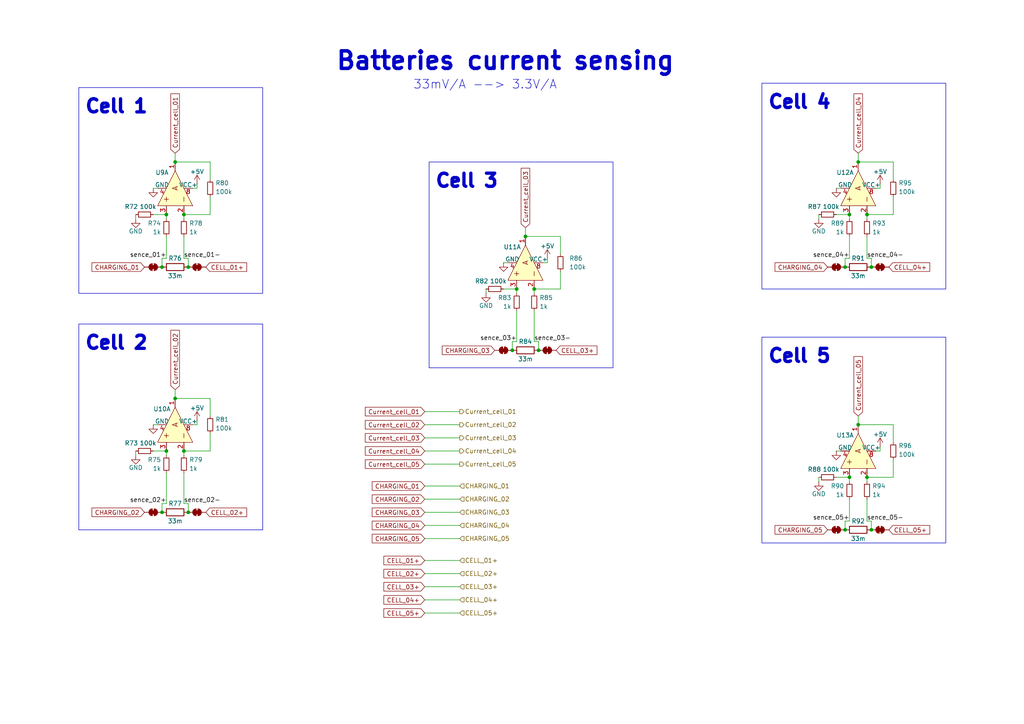
<source format=kicad_sch>
(kicad_sch (version 20231120) (generator "eeschema") (generator_version "8.0")
  (paper "A4")
  (lib_symbols
    (symbol "+5V_1" (power) (pin_numbers hide) (pin_names (offset 0) hide)
      (property "Value" "+5V" (at 0 3.556 0))
      (symbol "+5V_1_0_1"
        (polyline (pts (xy -0.762 1.27) (xy 0 2.54)))
        (polyline (pts (xy 0 0) (xy 0 2.54)))
        (polyline (pts (xy 0 2.54) (xy 0.762 1.27)))
      )
      (symbol "+5V_1_1_1"
        (pin power_in line (at 0 0 90) (length 0) (name "~") (number "1"))
      )
    )
    (symbol "Device:R" (pin_numbers hide) (pin_names (offset 0))
      (property "Reference" "R" (at 2.032 0 90))
      (property "Value" "R" (at 0 0 90))
      (symbol "R_0_1"
        (rectangle (start -1.016 -2.54) (end 1.016 2.54) (stroke (width 0.254)))
      )
      (symbol "R_1_1"
        (pin passive line (at 0 3.81 270) (length 1.27) (name "~") (number "1"))
        (pin passive line (at 0 -3.81 90) (length 1.27) (name "~") (number "2"))
      )
    )
    (symbol "Device:R_Small" (pin_numbers hide) (pin_names (offset 0.254) hide)
      (property "Reference" "R" (at 0.762 0.508 0))
      (property "Value" "R_Small" (at 0.762 -1.016 0))
      (symbol "R_Small_0_1"
        (rectangle (start -0.762 1.778) (end 0.762 -1.778) (stroke (width 0.2032)))
      )
      (symbol "R_Small_1_1"
        (pin passive line (at 0 2.54 270) (length 0.762) (name "~") (number "1"))
        (pin passive line (at 0 -2.54 90) (length 0.762) (name "~") (number "2"))
      )
    )
    (symbol "Jumper:SolderJumper_2_Bridged" (pin_numbers hide) (pin_names (offset 0) hide) (exclude_from_sim yes) (in_bom no)
      (property "Reference" "JP1" (at 0 3.81 0))
      (symbol "SolderJumper_2_Bridged_0_1"
        (rectangle (start -0.508 0.508) (end 0.508 -0.508) (fill (type outline)))
        (arc (start -0.254 1.016) (mid -1.2656 0) (end -0.254 -1.016))
        (arc (start -0.254 1.016) (mid -1.2656 0) (end -0.254 -1.016) (fill (type outline)))
        (polyline (pts (xy -0.254 1.016) (xy -0.254 -1.016)))
        (polyline (pts (xy 0.254 1.016) (xy 0.254 -1.016)))
        (arc (start 0.254 -1.016) (mid 1.2656 0) (end 0.254 1.016))
        (arc (start 0.254 -1.016) (mid 1.2656 0) (end 0.254 1.016) (fill (type outline)))
      )
      (symbol "SolderJumper_2_Bridged_1_1"
        (pin passive line (at -2.54 0 0) (length 2.54) (name "A") (number "1"))
        (pin passive line (at 2.54 0 180) (length 2.54) (name "B") (number "2"))
      )
    )
    (symbol "dk_Linear-Amplifiers-Instrumentation-OP-Amps-Buffer-Amps:LMV358IDR" (pin_names (offset 0))
      (property "Reference" "U" (at -5.08 7.62 0))
      (property "Value" "LMV358IDR" (at 2.54 -5.08 0))
      (symbol "LMV358IDR_0_0"
        (polyline (pts (xy -3.81 -2.54) (xy -2.54 -2.54)))
        (polyline (pts (xy -3.81 2.54) (xy -2.54 2.54)))
        (polyline (pts (xy -3.175 -1.905) (xy -3.175 -3.175)))
        (polyline (pts (xy -5.08 5.08) (xy -5.08 -5.08) (xy 5.08 0) (xy -5.08 5.08)) (fill (type background)))
      )
      (symbol "LMV358IDR_1_0"
        (text "A" (at 0 0 0) (effects (font (size 1.524 1.524))))
      )
      (symbol "LMV358IDR_1_1"
        (pin output line (at 7.62 0 180) (length 2.54) (name "~") (number "1"))
        (pin input line (at -7.62 2.54 0) (length 2.54) (name "~") (number "2"))
        (pin input line (at -7.62 -2.54 0) (length 2.54) (name "~") (number "3"))
        (pin power_in line (at 0 -5.08 90) (length 2.54) (name "GND") (number "4"))
        (pin power_in line (at 0 5.08 270) (length 2.54) (name "VCC+") (number "8"))
      )
      (symbol "LMV358IDR_2_0"
        (text "B" (at 0 0 0) (effects (font (size 1.524 1.524))))
      )
      (symbol "LMV358IDR_2_1"
        (pin power_in line (at 0 -5.08 90) (length 2.54) (name "GND") (number "4"))
        (pin input line (at -7.62 -2.54 0) (length 2.54) (name "~") (number "5"))
        (pin input line (at -7.62 2.54 0) (length 2.54) (name "~") (number "6"))
        (pin output line (at 7.62 0 180) (length 2.54) (name "~") (number "7"))
        (pin power_in line (at 0 5.08 270) (length 2.54) (name "VCC+") (number "8"))
      )
    )
    (symbol "power:GND" (power) (pin_numbers hide) (pin_names (offset 0) hide)
      (property "Value" "GND" (at 0 -3.81 0))
      (symbol "GND_0_1"
        (polyline (pts (xy 0 0) (xy 0 -1.27) (xy 1.27 -1.27) (xy 0 -2.54) (xy -1.27 -1.27) (xy 0 -1.27)))
      )
      (symbol "GND_1_1"
        (pin power_in line (at 0 0 270) (length 0) (name "~") (number "1"))
      )
    )
  )
  (junction (at 48.26 62.23))
  (junction (at 251.46 138.43))
  (junction (at 251.46 62.23))
  (junction (at 54.61 77.47))
  (junction (at 252.73 77.47))
  (junction (at 245.11 77.47))
  (junction (at 246.38 62.23))
  (junction (at 149.86 83.82))
  (junction (at 154.94 83.82))
  (junction (at 246.38 138.43))
  (junction (at 248.92 123.19))
  (junction (at 245.11 153.67))
  (junction (at 54.61 148.59))
  (junction (at 46.99 77.47))
  (junction (at 53.34 62.23))
  (junction (at 248.92 46.99))
  (junction (at 53.34 130.81))
  (junction (at 156.21 101.6))
  (junction (at 50.8 115.57))
  (junction (at 46.99 148.59))
  (junction (at 252.73 153.67))
  (junction (at 50.8 46.99))
  (junction (at 148.59 101.6))
  (junction (at 48.26 130.81))
  (junction (at 152.4 68.58))
  (wire (pts (xy 54.61 74.93) (xy 53.34 74.93)))
  (wire (pts (xy 123.19 130.81) (xy 133.35 130.81)))
  (wire (pts (xy 162.56 78.74) (xy 162.56 83.82)))
  (wire (pts (xy 162.56 68.58) (xy 152.4 68.58)))
  (wire (pts (xy 259.08 57.15) (xy 259.08 62.23)))
  (wire (pts (xy 158.75 76.2) (xy 157.48 76.2)))
  (wire (pts (xy 252.73 153.67) (xy 252.73 151.13)))
  (wire (pts (xy 50.8 44.45) (xy 50.8 46.99)))
  (wire (pts (xy 60.96 130.81) (xy 53.34 130.81)))
  (wire (pts (xy 57.15 54.61) (xy 55.88 54.61)))
  (wire (pts (xy 246.38 68.58) (xy 246.38 74.93)))
  (wire (pts (xy 54.61 146.05) (xy 54.61 148.59)))
  (wire (pts (xy 46.99 74.93) (xy 48.26 74.93)))
  (wire (pts (xy 48.26 137.16) (xy 48.26 146.05)))
  (wire (pts (xy 60.96 115.57) (xy 50.8 115.57)))
  (wire (pts (xy 123.19 162.56) (xy 133.35 162.56)))
  (wire (pts (xy 48.26 62.23) (xy 48.26 63.5)))
  (wire (pts (xy 251.46 144.78) (xy 251.46 151.13)))
  (wire (pts (xy 152.4 66.04) (xy 152.4 68.58)))
  (wire (pts (xy 123.19 166.37) (xy 133.35 166.37)))
  (wire (pts (xy 251.46 68.58) (xy 251.46 74.93)))
  (wire (pts (xy 60.96 120.65) (xy 60.96 115.57)))
  (wire (pts (xy 259.08 133.35) (xy 259.08 138.43)))
  (wire (pts (xy 46.99 146.05) (xy 46.99 148.59)))
  (wire (pts (xy 50.8 113.03) (xy 50.8 115.57)))
  (wire (pts (xy 154.94 90.17) (xy 154.94 99.06)))
  (wire (pts (xy 237.49 63.5) (xy 237.49 62.23)))
  (wire (pts (xy 57.15 121.92) (xy 57.15 123.19)))
  (wire (pts (xy 242.57 130.81) (xy 243.84 130.81)))
  (wire (pts (xy 44.45 62.23) (xy 48.26 62.23)))
  (wire (pts (xy 44.45 130.81) (xy 48.26 130.81)))
  (wire (pts (xy 246.38 138.43) (xy 246.38 139.7)))
  (wire (pts (xy 156.21 99.06) (xy 156.21 101.6)))
  (wire (pts (xy 123.19 140.97) (xy 133.35 140.97)))
  (wire (pts (xy 60.96 125.73) (xy 60.96 130.81)))
  (wire (pts (xy 154.94 83.82) (xy 154.94 85.09)))
  (wire (pts (xy 53.34 130.81) (xy 53.34 132.08)))
  (wire (pts (xy 246.38 151.13) (xy 246.38 144.78)))
  (wire (pts (xy 255.27 53.34) (xy 255.27 54.61)))
  (wire (pts (xy 259.08 138.43) (xy 251.46 138.43)))
  (wire (pts (xy 245.11 151.13) (xy 246.38 151.13)))
  (wire (pts (xy 259.08 46.99) (xy 248.92 46.99)))
  (wire (pts (xy 251.46 138.43) (xy 251.46 139.7)))
  (wire (pts (xy 123.19 173.99) (xy 133.35 173.99)))
  (wire (pts (xy 251.46 74.93) (xy 252.73 74.93)))
  (wire (pts (xy 123.19 156.21) (xy 133.35 156.21)))
  (wire (pts (xy 53.34 68.58) (xy 53.34 74.93)))
  (wire (pts (xy 162.56 83.82) (xy 154.94 83.82)))
  (wire (pts (xy 255.27 129.54) (xy 255.27 130.81)))
  (wire (pts (xy 259.08 128.27) (xy 259.08 123.19)))
  (wire (pts (xy 123.19 123.19) (xy 133.35 123.19)))
  (wire (pts (xy 48.26 130.81) (xy 48.26 132.08)))
  (wire (pts (xy 158.75 74.93) (xy 158.75 76.2)))
  (wire (pts (xy 259.08 52.07) (xy 259.08 46.99)))
  (wire (pts (xy 48.26 74.93) (xy 48.26 68.58)))
  (wire (pts (xy 148.59 99.06) (xy 148.59 101.6)))
  (wire (pts (xy 252.73 151.13) (xy 251.46 151.13)))
  (wire (pts (xy 149.86 90.17) (xy 149.86 99.06)))
  (wire (pts (xy 245.11 74.93) (xy 246.38 74.93)))
  (wire (pts (xy 149.86 83.82) (xy 149.86 85.09)))
  (wire (pts (xy 123.19 127) (xy 133.35 127)))
  (wire (pts (xy 248.92 120.65) (xy 248.92 123.19)))
  (wire (pts (xy 246.38 62.23) (xy 246.38 63.5)))
  (wire (pts (xy 123.19 152.4) (xy 133.35 152.4)))
  (wire (pts (xy 123.19 170.18) (xy 133.35 170.18)))
  (wire (pts (xy 60.96 57.15) (xy 60.96 62.23)))
  (wire (pts (xy 259.08 123.19) (xy 248.92 123.19)))
  (wire (pts (xy 123.19 177.8) (xy 133.35 177.8)))
  (wire (pts (xy 245.11 151.13) (xy 245.11 153.67)))
  (wire (pts (xy 123.19 119.38) (xy 133.35 119.38)))
  (wire (pts (xy 53.34 62.23) (xy 53.34 63.5)))
  (wire (pts (xy 242.57 54.61) (xy 243.84 54.61)))
  (wire (pts (xy 44.45 123.19) (xy 45.72 123.19)))
  (wire (pts (xy 255.27 54.61) (xy 254 54.61)))
  (wire (pts (xy 242.57 138.43) (xy 246.38 138.43)))
  (wire (pts (xy 148.59 99.06) (xy 149.86 99.06)))
  (wire (pts (xy 237.49 139.7) (xy 237.49 138.43)))
  (wire (pts (xy 154.94 99.06) (xy 156.21 99.06)))
  (wire (pts (xy 57.15 123.19) (xy 55.88 123.19)))
  (wire (pts (xy 251.46 62.23) (xy 251.46 63.5)))
  (wire (pts (xy 60.96 52.07) (xy 60.96 46.99)))
  (wire (pts (xy 245.11 74.93) (xy 245.11 77.47)))
  (wire (pts (xy 46.99 146.05) (xy 48.26 146.05)))
  (wire (pts (xy 162.56 73.66) (xy 162.56 68.58)))
  (wire (pts (xy 60.96 62.23) (xy 53.34 62.23)))
  (wire (pts (xy 54.61 74.93) (xy 54.61 77.47)))
  (wire (pts (xy 123.19 134.62) (xy 133.35 134.62)))
  (wire (pts (xy 252.73 74.93) (xy 252.73 77.47)))
  (wire (pts (xy 57.15 53.34) (xy 57.15 54.61)))
  (wire (pts (xy 44.45 54.61) (xy 45.72 54.61)))
  (wire (pts (xy 248.92 44.45) (xy 248.92 46.99)))
  (wire (pts (xy 146.05 76.2) (xy 147.32 76.2)))
  (wire (pts (xy 123.19 148.59) (xy 133.35 148.59)))
  (wire (pts (xy 259.08 62.23) (xy 251.46 62.23)))
  (wire (pts (xy 146.05 83.82) (xy 149.86 83.82)))
  (wire (pts (xy 123.19 144.78) (xy 133.35 144.78)))
  (wire (pts (xy 39.37 132.08) (xy 39.37 130.81)))
  (wire (pts (xy 255.27 130.81) (xy 254 130.81)))
  (wire (pts (xy 53.34 146.05) (xy 54.61 146.05)))
  (wire (pts (xy 140.97 85.09) (xy 140.97 83.82)))
  (wire (pts (xy 39.37 63.5) (xy 39.37 62.23)))
  (wire (pts (xy 242.57 62.23) (xy 246.38 62.23)))
  (wire (pts (xy 46.99 74.93) (xy 46.99 77.47)))
  (wire (pts (xy 53.34 137.16) (xy 53.34 146.05)))
  (wire (pts (xy 60.96 46.99) (xy 50.8 46.99)))
  (rectangle (start 22.86 93.98) (end 76.2 153.67))
  (rectangle (start 124.46 46.99) (end 177.8 106.68))
  (rectangle (start 220.98 24.13) (end 274.32 83.82))
  (rectangle (start 22.86 25.4) (end 76.2 85.09))
  (rectangle (start 220.98 97.79) (end 274.32 157.48))
  (text "Cell 4" (at 231.902 29.718 0) (effects (font (size 3.81 3.81) (thickness 1.016) (bold yes))))
  (text "33mV/A --> 3.3V/A" (at 140.716 24.638 0) (effects (font (size 2.54 2.54))))
  (text "Cell 5" (at 231.902 103.378 0) (effects (font (size 3.81 3.81) (thickness 1.016) (bold yes))))
  (text "Batteries current sensing" (at 146.558 17.78 0) (effects (font (size 5.08 5.08) (thickness 1.016) (bold yes))))
  (text "Cell 2" (at 33.782 99.568 0) (effects (font (size 3.81 3.81) (thickness 1.016) (bold yes))))
  (text "Cell 1" (at 33.782 30.988 0) (effects (font (size 3.81 3.81) (thickness 1.016) (bold yes))))
  (text "Cell 3" (at 135.382 52.578 0) (effects (font (size 3.81 3.81) (thickness 1.016) (bold yes))))
  (label "sence_03+" (at 149.86 99.06 180) (property "Netclass" "Diff_current_sense" (effects (hide yes))))
  (label "sence_02-" (at 53.34 146.05 0) (property "Netclass" "Diff_current_sense" (effects (hide yes))))
  (label "sence_03-" (at 154.94 99.06 0) (property "Netclass" "Diff_current_sense" (effects (hide yes))))
  (label "sence_04+" (at 246.38 74.93 180) (property "Netclass" "Diff_current_sense" (effects (hide yes))))
  (label "sence_05+" (at 246.38 151.13 180) (property "Netclass" "Diff_current_sense" (effects (hide yes))))
  (label "sence_05-" (at 251.46 151.13 0) (property "Netclass" "Diff_current_sense" (effects (hide yes))))
  (label "sence_04-" (at 251.46 74.93 0) (property "Netclass" "Diff_current_sense" (effects (hide yes))))
  (label "sence_02+" (at 48.26 146.05 180) (property "Netclass" "Diff_current_sense" (effects (hide yes))))
  (label "sence_01-" (at 53.34 74.93 0) (property "Netclass" "Diff_current_sense" (effects (hide yes))))
  (label "sence_01+" (at 48.26 74.93 180) (property "Netclass" "Diff_current_sense" (effects (hide yes))))
  (global_label "CHARGING_02" (shape input) (at 123.19 144.78 180) (property "Intersheetrefs" "${INTERSHEET_REFS}" (effects (hide yes))) (property "Netclass" "POWER+5A" (effects (hide yes))))
  (global_label "CHARGING_03" (shape input) (at 123.19 148.59 180) (property "Intersheetrefs" "${INTERSHEET_REFS}" (effects (hide yes))) (property "Netclass" "POWER+5A" (effects (hide yes))))
  (global_label "Current_cell_05" (shape input) (at 248.92 120.65 90) (property "Intersheetrefs" "${INTERSHEET_REFS}" (effects (hide yes))) (property "Netclass" "Diff_current_sense" (effects (hide yes))))
  (global_label "Current_cell_05" (shape input) (at 123.19 134.62 180) (property "Intersheetrefs" "${INTERSHEET_REFS}" (effects (hide yes))) (property "Netclass" "Diff_current_sense" (effects (hide yes))))
  (global_label "CELL_05+" (shape input) (at 123.19 177.8 180) (property "Intersheetrefs" "${INTERSHEET_REFS}" (effects (hide yes))) (property "Netclass" "POWER+5A" (effects (hide yes))))
  (global_label "Current_cell_02" (shape input) (at 123.19 123.19 180) (property "Intersheetrefs" "${INTERSHEET_REFS}" (effects (hide yes))) (property "Netclass" "Diff_current_sense" (effects (hide yes))))
  (global_label "CELL_01+" (shape input) (at 59.69 77.47 0) (property "Intersheetrefs" "${INTERSHEET_REFS}" (effects (hide yes))) (property "Netclass" "POWER+5A" (effects (hide yes))))
  (global_label "CHARGING_03" (shape input) (at 143.51 101.6 180) (property "Intersheetrefs" "${INTERSHEET_REFS}" (effects (hide yes))) (property "Netclass" "POWER+5A" (effects (hide yes))))
  (global_label "Current_cell_02" (shape input) (at 50.8 113.03 90) (property "Intersheetrefs" "${INTERSHEET_REFS}" (effects (hide yes))) (property "Netclass" "Diff_current_sense" (effects (hide yes))))
  (global_label "CHARGING_04" (shape input) (at 123.19 152.4 180) (property "Intersheetrefs" "${INTERSHEET_REFS}" (effects (hide yes))) (property "Netclass" "POWER+5A" (effects (hide yes))))
  (global_label "CELL_01+" (shape input) (at 123.19 162.56 180) (property "Intersheetrefs" "${INTERSHEET_REFS}" (effects (hide yes))) (property "Netclass" "POWER+5A" (effects (hide yes))))
  (global_label "CELL_02+" (shape input) (at 59.69 148.59 0) (property "Intersheetrefs" "${INTERSHEET_REFS}" (effects (hide yes))) (property "Netclass" "POWER+5A" (effects (hide yes))))
  (global_label "CHARGING_05" (shape input) (at 240.03 153.67 180) (property "Intersheetrefs" "${INTERSHEET_REFS}" (effects (hide yes))) (property "Netclass" "POWER+5A" (effects (hide yes))))
  (global_label "CHARGING_04" (shape input) (at 240.03 77.47 180) (property "Intersheetrefs" "${INTERSHEET_REFS}" (effects (hide yes))) (property "Netclass" "POWER+5A" (effects (hide yes))))
  (global_label "Current_cell_03" (shape input) (at 123.19 127 180) (property "Intersheetrefs" "${INTERSHEET_REFS}" (effects (hide yes))) (property "Netclass" "Diff_current_sense" (effects (hide yes))))
  (global_label "CELL_03+" (shape input) (at 123.19 170.18 180) (property "Intersheetrefs" "${INTERSHEET_REFS}" (effects (hide yes))) (property "Netclass" "POWER+5A" (effects (hide yes))))
  (global_label "CELL_04+" (shape input) (at 123.19 173.99 180) (property "Intersheetrefs" "${INTERSHEET_REFS}" (effects (hide yes))) (property "Netclass" "POWER+5A" (effects (hide yes))))
  (global_label "CELL_03+" (shape input) (at 161.29 101.6 0) (property "Intersheetrefs" "${INTERSHEET_REFS}" (effects (hide yes))) (property "Netclass" "POWER+5A" (effects (hide yes))))
  (global_label "Current_cell_01" (shape input) (at 123.19 119.38 180) (property "Intersheetrefs" "${INTERSHEET_REFS}" (effects (hide yes))) (property "Netclass" "Diff_current_sense" (effects (hide yes))))
  (global_label "CELL_04+" (shape input) (at 257.81 77.47 0) (property "Intersheetrefs" "${INTERSHEET_REFS}" (effects (hide yes))) (property "Netclass" "POWER+5A" (effects (hide yes))))
  (global_label "CHARGING_01" (shape input) (at 123.19 140.97 180) (property "Intersheetrefs" "${INTERSHEET_REFS}" (effects (hide yes))) (property "Netclass" "POWER+5A" (effects (hide yes))))
  (global_label "Current_cell_01" (shape input) (at 50.8 44.45 90) (property "Intersheetrefs" "${INTERSHEET_REFS}" (effects (hide yes))) (property "Netclass" "Diff_current_sense" (effects (hide yes))))
  (global_label "Current_cell_04" (shape input) (at 123.19 130.81 180) (property "Intersheetrefs" "${INTERSHEET_REFS}" (effects (hide yes))) (property "Netclass" "Diff_current_sense" (effects (hide yes))))
  (global_label "CELL_02+" (shape input) (at 123.19 166.37 180) (property "Intersheetrefs" "${INTERSHEET_REFS}" (effects (hide yes))) (property "Netclass" "POWER+5A" (effects (hide yes))))
  (global_label "Current_cell_03" (shape input) (at 152.4 66.04 90) (property "Intersheetrefs" "${INTERSHEET_REFS}" (effects (hide yes))) (property "Netclass" "Diff_current_sense" (effects (hide yes))))
  (global_label "CELL_05+" (shape input) (at 257.81 153.67 0) (property "Intersheetrefs" "${INTERSHEET_REFS}" (effects (hide yes))) (property "Netclass" "POWER+5A" (effects (hide yes))))
  (global_label "CHARGING_02" (shape input) (at 41.91 148.59 180) (property "Intersheetrefs" "${INTERSHEET_REFS}" (effects (hide yes))) (property "Netclass" "POWER+5A" (effects (hide yes))))
  (global_label "CHARGING_01" (shape input) (at 41.91 77.47 180) (property "Intersheetrefs" "${INTERSHEET_REFS}" (effects (hide yes))) (property "Netclass" "POWER+5A" (effects (hide yes))))
  (global_label "CHARGING_05" (shape input) (at 123.19 156.21 180) (property "Intersheetrefs" "${INTERSHEET_REFS}" (effects (hide yes))) (property "Netclass" "POWER+5A" (effects (hide yes))))
  (global_label "Current_cell_04" (shape input) (at 248.92 44.45 90) (property "Intersheetrefs" "${INTERSHEET_REFS}" (effects (hide yes))) (property "Netclass" "Diff_current_sense" (effects (hide yes))))
  (hierarchical_label "CELL_04+" (shape input) (at 133.35 173.99 0))
  (hierarchical_label "Current_cell_01" (shape output) (at 133.35 119.38 0))
  (hierarchical_label "CELL_02+" (shape input) (at 133.35 166.37 0))
  (hierarchical_label "CHARGING_05" (shape input) (at 133.35 156.21 0))
  (hierarchical_label "CHARGING_01" (shape input) (at 133.35 140.97 0))
  (hierarchical_label "CELL_03+" (shape input) (at 133.35 170.18 0))
  (hierarchical_label "CHARGING_04" (shape input) (at 133.35 152.4 0))
  (hierarchical_label "CELL_05+" (shape input) (at 133.35 177.8 0))
  (hierarchical_label "Current_cell_04" (shape output) (at 133.35 130.81 0))
  (hierarchical_label "CHARGING_03" (shape input) (at 133.35 148.59 0))
  (hierarchical_label "Current_cell_03" (shape output) (at 133.35 127 0))
  (hierarchical_label "CHARGING_02" (shape input) (at 133.35 144.78 0))
  (hierarchical_label "Current_cell_02" (shape output) (at 133.35 123.19 0))
  (hierarchical_label "CELL_01+" (shape input) (at 133.35 162.56 0))
  (hierarchical_label "Current_cell_05" (shape output) (at 133.35 134.62 0))
  (symbol (lib_name "+5V_1") (lib_id "power:+5V") (at 158.75 74.93 0) (unit 1)
    (property "Reference" "#PWR061" (effects (hide yes)))
    (property "Value" "+5V" (at 158.75 71.374 0))
    (property "Description" "Power symbol creates a global label with name \"+5V\"" (effects (hide yes)))
  )
  (symbol (lib_id "Device:R") (at 50.8 77.47 90) (unit 1)
    (property "Reference" "R76" (at 50.8 74.93 90))
    (property "Value" "33m" (at 50.8 80.01 90))
    (property "Footprint" "Resistor_SMD:R_2512_6332Metric" (effects (hide yes)))
    (property "Description" "Resistor" (effects (hide yes)))
    (property "LCSC" "C20417217" (effects (hide yes)))
  )
  (symbol (lib_id "Jumper:SolderJumper_2_Bridged") (at 158.75 101.6 0) (unit 1) (exclude_from_sim yes) (in_bom no)
    (property "Reference" "JP6" (effects (hide yes)))
    (property "Value" "SolderJumper_2_Bridged" (effects (hide yes)))
    (property "Footprint" "Jumper:SolderJumper-2_P1.3mm_Bridged_Pad1.0x1.5mm" (effects (hide yes)))
    (property "Description" "Solder Jumper, 2-pole, closed/bridged" (effects (hide yes)))
  )
  (symbol (lib_id "Device:R_Small") (at 162.56 76.2 0) (mirror x) (unit 1)
    (property "Reference" "R86" (at 165.1 74.9299 0) (effects (justify left)))
    (property "Value" "100k" (at 165.1 77.4699 0) (effects (justify left)))
    (property "Footprint" "Resistor_SMD:R_0603_1608Metric" (effects (hide yes)))
    (property "Description" "Resistor, small symbol" (effects (hide yes)))
    (property "LCSC" "C2758260" (effects (hide yes)))
  )
  (symbol (lib_id "Device:R_Small") (at 251.46 66.04 0) (mirror x) (unit 1)
    (property "Reference" "R93" (at 252.984 64.77 0) (effects (justify left)))
    (property "Value" "1k" (at 252.984 67.31 0) (effects (justify left)))
    (property "Footprint" "Resistor_SMD:R_0603_1608Metric" (effects (hide yes)))
    (property "Description" "Resistor, small symbol" (effects (hide yes)))
    (property "LCSC" "C3013341" (effects (hide yes)))
  )
  (symbol (lib_id "power:GND") (at 44.45 54.61 0) (mirror y) (unit 1)
    (property "Reference" "#PWR055" (effects (hide yes)))
    (property "Value" "GND" (effects (hide yes)))
    (property "Description" "Power symbol creates a global label with name \"GND\" , ground" (effects (hide yes)))
  )
  (symbol (lib_id "Device:R_Small") (at 60.96 54.61 0) (mirror x) (unit 1)
    (property "Reference" "R80" (at 62.484 53.086 0) (effects (justify left)))
    (property "Value" "100k" (at 62.484 55.626 0) (effects (justify left)))
    (property "Footprint" "Resistor_SMD:R_0603_1608Metric" (effects (hide yes)))
    (property "Description" "Resistor, small symbol" (effects (hide yes)))
    (property "LCSC" "C2758260" (effects (hide yes)))
  )
  (symbol (lib_id "Device:R_Small") (at 41.91 130.81 270) (mirror x) (unit 1)
    (property "Reference" "R73" (at 38.1 128.524 90))
    (property "Value" "100k" (at 42.926 128.524 90))
    (property "Footprint" "Resistor_SMD:R_0603_1608Metric" (effects (hide yes)))
    (property "Description" "Resistor, small symbol" (effects (hide yes)))
    (property "LCSC" "C2758260" (effects (hide yes)))
  )
  (symbol (lib_id "Device:R_Small") (at 240.03 138.43 270) (mirror x) (unit 1)
    (property "Reference" "R88" (at 236.22 136.144 90))
    (property "Value" "100k" (at 241.046 136.144 90))
    (property "Footprint" "Resistor_SMD:R_0603_1608Metric" (effects (hide yes)))
    (property "Description" "Resistor, small symbol" (effects (hide yes)))
    (property "LCSC" "C2758260" (effects (hide yes)))
  )
  (symbol (lib_id "power:GND") (at 242.57 54.61 0) (mirror y) (unit 1)
    (property "Reference" "#PWR064" (effects (hide yes)))
    (property "Value" "GND" (effects (hide yes)))
    (property "Description" "Power symbol creates a global label with name \"GND\" , ground" (effects (hide yes)))
  )
  (symbol (lib_id "Jumper:SolderJumper_2_Bridged") (at 242.57 77.47 180) (unit 1) (exclude_from_sim yes) (in_bom no)
    (property "Reference" "JP7" (effects (hide yes)))
    (property "Value" "SolderJumper_2_Bridged" (effects (hide yes)))
    (property "Footprint" "Jumper:SolderJumper-2_P1.3mm_Bridged_Pad1.0x1.5mm" (effects (hide yes)))
    (property "Description" "Solder Jumper, 2-pole, closed/bridged" (effects (hide yes)))
  )
  (symbol (lib_id "Device:R") (at 50.8 148.59 90) (unit 1)
    (property "Reference" "R77" (at 50.8 146.05 90))
    (property "Value" "33m" (at 50.8 151.13 90))
    (property "Footprint" "Resistor_SMD:R_2512_6332Metric" (effects (hide yes)))
    (property "Description" "Resistor" (effects (hide yes)))
    (property "LCSC" "C20417217" (effects (hide yes)))
  )
  (symbol (lib_id "Jumper:SolderJumper_2_Bridged") (at 44.45 77.47 180) (unit 1) (exclude_from_sim yes) (in_bom no)
    (property "Reference" "JP1" (effects (hide yes)))
    (property "Value" "SolderJumper_2_Bridged" (effects (hide yes)))
    (property "Footprint" "Jumper:SolderJumper-2_P1.3mm_Bridged_Pad1.0x1.5mm" (effects (hide yes)))
    (property "Description" "Solder Jumper, 2-pole, closed/bridged" (effects (hide yes)))
  )
  (symbol (lib_id "Device:R_Small") (at 251.46 142.24 0) (mirror x) (unit 1)
    (property "Reference" "R94" (at 252.984 140.97 0) (effects (justify left)))
    (property "Value" "1k" (at 252.984 143.51 0) (effects (justify left)))
    (property "Footprint" "Resistor_SMD:R_0603_1608Metric" (effects (hide yes)))
    (property "Description" "Resistor, small symbol" (effects (hide yes)))
    (property "LCSC" "C3013341" (effects (hide yes)))
  )
  (symbol (lib_id "Jumper:SolderJumper_2_Bridged") (at 146.05 101.6 180) (unit 1) (exclude_from_sim yes) (in_bom no)
    (property "Reference" "JP5" (effects (hide yes)))
    (property "Value" "SolderJumper_2_Bridged" (effects (hide yes)))
    (property "Footprint" "Jumper:SolderJumper-2_P1.3mm_Bridged_Pad1.0x1.5mm" (effects (hide yes)))
    (property "Description" "Solder Jumper, 2-pole, closed/bridged" (effects (hide yes)))
  )
  (symbol (lib_id "power:GND") (at 237.49 63.5 0) (mirror y) (unit 1)
    (property "Reference" "#PWR062" (effects (hide yes)))
    (property "Value" "GND" (at 237.49 67.056 0))
    (property "Description" "Power symbol creates a global label with name \"GND\" , ground" (effects (hide yes)))
  )
  (symbol (lib_id "Jumper:SolderJumper_2_Bridged") (at 255.27 77.47 0) (unit 1) (exclude_from_sim yes) (in_bom no)
    (property "Reference" "JP9" (effects (hide yes)))
    (property "Value" "SolderJumper_2_Bridged" (effects (hide yes)))
    (property "Footprint" "Jumper:SolderJumper-2_P1.3mm_Bridged_Pad1.0x1.5mm" (effects (hide yes)))
    (property "Description" "Solder Jumper, 2-pole, closed/bridged" (effects (hide yes)))
  )
  (symbol (lib_id "power:GND") (at 242.57 130.81 0) (mirror y) (unit 1)
    (property "Reference" "#PWR065" (effects (hide yes)))
    (property "Value" "GND" (effects (hide yes)))
    (property "Description" "Power symbol creates a global label with name \"GND\" , ground" (effects (hide yes)))
  )
  (symbol (lib_id "Device:R_Small") (at 41.91 62.23 270) (mirror x) (unit 1)
    (property "Reference" "R72" (at 38.1 59.944 90))
    (property "Value" "100k" (at 42.926 59.944 90))
    (property "Footprint" "Resistor_SMD:R_0603_1608Metric" (effects (hide yes)))
    (property "Description" "Resistor, small symbol" (effects (hide yes)))
    (property "LCSC" "C2758260" (effects (hide yes)))
  )
  (symbol (lib_id "power:GND") (at 44.45 123.19 0) (mirror y) (unit 1)
    (property "Reference" "#PWR056" (effects (hide yes)))
    (property "Value" "GND" (effects (hide yes)))
    (property "Description" "Power symbol creates a global label with name \"GND\" , ground" (effects (hide yes)))
  )
  (symbol (lib_id "Device:R_Small") (at 259.08 130.81 0) (mirror x) (unit 1)
    (property "Reference" "R96" (at 260.604 129.286 0) (effects (justify left)))
    (property "Value" "100k" (at 260.604 131.826 0) (effects (justify left)))
    (property "Footprint" "Resistor_SMD:R_0603_1608Metric" (effects (hide yes)))
    (property "Description" "Resistor, small symbol" (effects (hide yes)))
    (property "LCSC" "C2758260" (effects (hide yes)))
  )
  (symbol (lib_id "Jumper:SolderJumper_2_Bridged") (at 44.45 148.59 180) (unit 1) (exclude_from_sim yes) (in_bom no)
    (property "Reference" "JP2" (effects (hide yes)))
    (property "Value" "SolderJumper_2_Bridged" (effects (hide yes)))
    (property "Footprint" "Jumper:SolderJumper-2_P1.3mm_Bridged_Pad1.0x1.5mm" (effects (hide yes)))
    (property "Description" "Solder Jumper, 2-pole, closed/bridged" (effects (hide yes)))
  )
  (symbol (lib_id "power:GND") (at 39.37 63.5 0) (mirror y) (unit 1)
    (property "Reference" "#PWR053" (effects (hide yes)))
    (property "Value" "GND" (at 39.37 67.056 0))
    (property "Description" "Power symbol creates a global label with name \"GND\" , ground" (effects (hide yes)))
  )
  (symbol (lib_id "Jumper:SolderJumper_2_Bridged") (at 255.27 153.67 0) (unit 1) (exclude_from_sim yes) (in_bom no)
    (property "Reference" "JP10" (effects (hide yes)))
    (property "Value" "SolderJumper_2_Bridged" (effects (hide yes)))
    (property "Footprint" "Jumper:SolderJumper-2_P1.3mm_Bridged_Pad1.0x1.5mm" (effects (hide yes)))
    (property "Description" "Solder Jumper, 2-pole, closed/bridged" (effects (hide yes)))
  )
  (symbol (lib_id "Device:R") (at 248.92 77.47 90) (unit 1)
    (property "Reference" "R91" (at 248.92 74.93 90))
    (property "Value" "33m" (at 248.92 80.01 90))
    (property "Footprint" "Resistor_SMD:R_2512_6332Metric" (effects (hide yes)))
    (property "Description" "Resistor" (effects (hide yes)))
    (property "LCSC" "C20417217" (effects (hide yes)))
  )
  (symbol (lib_id "Device:R") (at 248.92 153.67 90) (unit 1)
    (property "Reference" "R92" (at 248.92 151.13 90))
    (property "Value" "33m" (at 248.92 156.21 90))
    (property "Footprint" "Resistor_SMD:R_2512_6332Metric" (effects (hide yes)))
    (property "Description" "Resistor" (effects (hide yes)))
    (property "LCSC" "C20417217" (effects (hide yes)))
  )
  (symbol (lib_id "Device:R_Small") (at 246.38 142.24 180) (unit 1)
    (property "Reference" "R90" (at 244.856 140.97 0) (effects (justify left)))
    (property "Value" "1k" (at 244.856 143.51 0) (effects (justify left)))
    (property "Footprint" "Resistor_SMD:R_0603_1608Metric" (effects (hide yes)))
    (property "Description" "Resistor, small symbol" (effects (hide yes)))
    (property "LCSC" "C3013341" (effects (hide yes)))
  )
  (symbol (lib_name "+5V_1") (lib_id "power:+5V") (at 57.15 121.92 0) (unit 1)
    (property "Reference" "#PWR058" (effects (hide yes)))
    (property "Value" "+5V" (at 57.15 118.364 0))
    (property "Description" "Power symbol creates a global label with name \"+5V\"" (effects (hide yes)))
  )
  (symbol (lib_id "Device:R_Small") (at 154.94 87.63 0) (mirror x) (unit 1)
    (property "Reference" "R85" (at 156.464 86.36 0) (effects (justify left)))
    (property "Value" "1k" (at 156.464 88.9 0) (effects (justify left)))
    (property "Footprint" "Resistor_SMD:R_0603_1608Metric" (effects (hide yes)))
    (property "Description" "Resistor, small symbol" (effects (hide yes)))
    (property "LCSC" "C3013341" (effects (hide yes)))
  )
  (symbol (lib_id "Device:R_Small") (at 143.51 83.82 270) (mirror x) (unit 1)
    (property "Reference" "R82" (at 139.7 81.534 90))
    (property "Value" "100k" (at 144.526 81.534 90))
    (property "Footprint" "Resistor_SMD:R_0603_1608Metric" (effects (hide yes)))
    (property "Description" "Resistor, small symbol" (effects (hide yes)))
    (property "LCSC" "C2758260" (effects (hide yes)))
  )
  (symbol (lib_id "dk_Linear-Amplifiers-Instrumentation-OP-Amps-Buffer-Amps:LMV358IDR") (at 152.4 76.2 270) (mirror x) (unit 1)
    (property "Reference" "U11" (at 148.59 71.628 90))
    (property "Value" "LMC6482AIMX/NOPB" (effects (hide yes)))
    (property "Footprint" "easyeda2kicad:SOIC-8_L4.9-W3.9-P1.27-LS6.0-BL" (effects (hide yes)))
    (property "Datasheet" "https://lcsc.com/product-detail/Precision-OpAmps_TI_LMC6482AIMX-NOPB_LMC6482AIMX-NOPB_C12620.html" (effects (hide yes)))
    (property "LCSC Part" "C12620" (effects (hide yes)))
  )
  (symbol (lib_id "Device:R_Small") (at 48.26 66.04 180) (unit 1)
    (property "Reference" "R74" (at 46.736 64.77 0) (effects (justify left)))
    (property "Value" "1k" (at 46.736 67.31 0) (effects (justify left)))
    (property "Footprint" "Resistor_SMD:R_0603_1608Metric" (effects (hide yes)))
    (property "Description" "Resistor, small symbol" (effects (hide yes)))
    (property "LCSC" "C3013341" (effects (hide yes)))
  )
  (symbol (lib_id "Device:R_Small") (at 259.08 54.61 0) (mirror x) (unit 1)
    (property "Reference" "R95" (at 260.604 53.086 0) (effects (justify left)))
    (property "Value" "100k" (at 260.604 55.626 0) (effects (justify left)))
    (property "Footprint" "Resistor_SMD:R_0603_1608Metric" (effects (hide yes)))
    (property "Description" "Resistor, small symbol" (effects (hide yes)))
    (property "LCSC" "C2758260" (effects (hide yes)))
  )
  (symbol (lib_id "dk_Linear-Amplifiers-Instrumentation-OP-Amps-Buffer-Amps:LMV358IDR") (at 50.8 123.19 270) (mirror x) (unit 1)
    (property "Reference" "U10" (at 46.99 118.618 90))
    (property "Value" "LMC6482AIMX/NOPB" (effects (hide yes)))
    (property "Footprint" "easyeda2kicad:SOIC-8_L4.9-W3.9-P1.27-LS6.0-BL" (effects (hide yes)))
    (property "Datasheet" "https://lcsc.com/product-detail/Precision-OpAmps_TI_LMC6482AIMX-NOPB_LMC6482AIMX-NOPB_C12620.html" (effects (hide yes)))
    (property "LCSC Part" "C12620" (effects (hide yes)))
  )
  (symbol (lib_id "power:GND") (at 140.97 85.09 0) (mirror y) (unit 1)
    (property "Reference" "#PWR059" (effects (hide yes)))
    (property "Value" "GND" (at 140.97 88.646 0))
    (property "Description" "Power symbol creates a global label with name \"GND\" , ground" (effects (hide yes)))
  )
  (symbol (lib_id "power:GND") (at 146.05 76.2 0) (mirror y) (unit 1)
    (property "Reference" "#PWR060" (effects (hide yes)))
    (property "Value" "GND" (effects (hide yes)))
    (property "Description" "Power symbol creates a global label with name \"GND\" , ground" (effects (hide yes)))
  )
  (symbol (lib_id "dk_Linear-Amplifiers-Instrumentation-OP-Amps-Buffer-Amps:LMV358IDR") (at 248.92 130.81 270) (mirror x) (unit 1)
    (property "Reference" "U13" (at 245.11 126.238 90))
    (property "Value" "LMC6482AIMX/NOPB" (effects (hide yes)))
    (property "Footprint" "easyeda2kicad:SOIC-8_L4.9-W3.9-P1.27-LS6.0-BL" (effects (hide yes)))
    (property "Datasheet" "https://lcsc.com/product-detail/Precision-OpAmps_TI_LMC6482AIMX-NOPB_LMC6482AIMX-NOPB_C12620.html" (effects (hide yes)))
    (property "LCSC Part" "C12620" (effects (hide yes)))
  )
  (symbol (lib_id "Jumper:SolderJumper_2_Bridged") (at 57.15 148.59 0) (unit 1) (exclude_from_sim yes) (in_bom no)
    (property "Reference" "JP4" (effects (hide yes)))
    (property "Value" "SolderJumper_2_Bridged" (effects (hide yes)))
    (property "Footprint" "Jumper:SolderJumper-2_P1.3mm_Bridged_Pad1.0x1.5mm" (effects (hide yes)))
    (property "Description" "Solder Jumper, 2-pole, closed/bridged" (effects (hide yes)))
  )
  (symbol (lib_id "Device:R_Small") (at 240.03 62.23 270) (mirror x) (unit 1)
    (property "Reference" "R87" (at 236.22 59.944 90))
    (property "Value" "100k" (at 241.046 59.944 90))
    (property "Footprint" "Resistor_SMD:R_0603_1608Metric" (effects (hide yes)))
    (property "Description" "Resistor, small symbol" (effects (hide yes)))
    (property "LCSC" "C2758260" (effects (hide yes)))
  )
  (symbol (lib_id "Device:R_Small") (at 48.26 134.62 180) (unit 1)
    (property "Reference" "R75" (at 46.736 133.35 0) (effects (justify left)))
    (property "Value" "1k" (at 46.736 135.89 0) (effects (justify left)))
    (property "Footprint" "Resistor_SMD:R_0603_1608Metric" (effects (hide yes)))
    (property "Description" "Resistor, small symbol" (effects (hide yes)))
    (property "LCSC" "C3013341" (effects (hide yes)))
  )
  (symbol (lib_id "power:GND") (at 237.49 139.7 0) (mirror y) (unit 1)
    (property "Reference" "#PWR063" (effects (hide yes)))
    (property "Value" "GND" (at 237.49 143.256 0))
    (property "Description" "Power symbol creates a global label with name \"GND\" , ground" (effects (hide yes)))
  )
  (symbol (lib_id "Device:R_Small") (at 246.38 66.04 180) (unit 1)
    (property "Reference" "R89" (at 244.856 64.77 0) (effects (justify left)))
    (property "Value" "1k" (at 244.856 67.31 0) (effects (justify left)))
    (property "Footprint" "Resistor_SMD:R_0603_1608Metric" (effects (hide yes)))
    (property "Description" "Resistor, small symbol" (effects (hide yes)))
    (property "LCSC" "C3013341" (effects (hide yes)))
  )
  (symbol (lib_id "power:GND") (at 39.37 132.08 0) (mirror y) (unit 1)
    (property "Reference" "#PWR054" (effects (hide yes)))
    (property "Value" "GND" (at 39.37 135.636 0))
    (property "Description" "Power symbol creates a global label with name \"GND\" , ground" (effects (hide yes)))
  )
  (symbol (lib_id "dk_Linear-Amplifiers-Instrumentation-OP-Amps-Buffer-Amps:LMV358IDR") (at 50.8 54.61 270) (mirror x) (unit 1)
    (property "Reference" "U9" (at 46.99 50.038 90))
    (property "Value" "LMC6482AIMX/NOPB" (effects (hide yes)))
    (property "Footprint" "easyeda2kicad:SOIC-8_L4.9-W3.9-P1.27-LS6.0-BL" (effects (hide yes)))
    (property "Datasheet" "https://lcsc.com/product-detail/Precision-OpAmps_TI_LMC6482AIMX-NOPB_LMC6482AIMX-NOPB_C12620.html" (effects (hide yes)))
    (property "LCSC Part" "C12620" (effects (hide yes)))
  )
  (symbol (lib_id "Jumper:SolderJumper_2_Bridged") (at 57.15 77.47 0) (unit 1) (exclude_from_sim yes) (in_bom no)
    (property "Reference" "JP3" (effects (hide yes)))
    (property "Value" "SolderJumper_2_Bridged" (effects (hide yes)))
    (property "Footprint" "Jumper:SolderJumper-2_P1.3mm_Bridged_Pad1.0x1.5mm" (effects (hide yes)))
    (property "Description" "Solder Jumper, 2-pole, closed/bridged" (effects (hide yes)))
  )
  (symbol (lib_name "+5V_1") (lib_id "power:+5V") (at 255.27 53.34 0) (unit 1)
    (property "Reference" "#PWR066" (effects (hide yes)))
    (property "Value" "+5V" (at 255.27 49.784 0))
    (property "Description" "Power symbol creates a global label with name \"+5V\"" (effects (hide yes)))
  )
  (symbol (lib_id "Device:R_Small") (at 53.34 134.62 0) (mirror x) (unit 1)
    (property "Reference" "R79" (at 54.864 133.35 0) (effects (justify left)))
    (property "Value" "1k" (at 54.864 135.89 0) (effects (justify left)))
    (property "Footprint" "Resistor_SMD:R_0603_1608Metric" (effects (hide yes)))
    (property "Description" "Resistor, small symbol" (effects (hide yes)))
    (property "LCSC" "C3013341" (effects (hide yes)))
  )
  (symbol (lib_name "+5V_1") (lib_id "power:+5V") (at 255.27 129.54 0) (unit 1)
    (property "Reference" "#PWR067" (effects (hide yes)))
    (property "Value" "+5V" (at 255.27 125.984 0))
    (property "Description" "Power symbol creates a global label with name \"+5V\"" (effects (hide yes)))
  )
  (symbol (lib_name "+5V_1") (lib_id "power:+5V") (at 57.15 53.34 0) (unit 1)
    (property "Reference" "#PWR057" (effects (hide yes)))
    (property "Value" "+5V" (at 57.15 49.784 0))
    (property "Description" "Power symbol creates a global label with name \"+5V\"" (effects (hide yes)))
  )
  (symbol (lib_id "Jumper:SolderJumper_2_Bridged") (at 242.57 153.67 180) (unit 1) (exclude_from_sim yes) (in_bom no)
    (property "Reference" "JP8" (effects (hide yes)))
    (property "Value" "SolderJumper_2_Bridged" (effects (hide yes)))
    (property "Footprint" "Jumper:SolderJumper-2_P1.3mm_Bridged_Pad1.0x1.5mm" (effects (hide yes)))
    (property "Description" "Solder Jumper, 2-pole, closed/bridged" (effects (hide yes)))
  )
  (symbol (lib_id "Device:R") (at 152.4 101.6 90) (unit 1)
    (property "Reference" "R84" (at 152.4 99.06 90))
    (property "Value" "33m" (at 152.4 104.14 90))
    (property "Footprint" "Resistor_SMD:R_2512_6332Metric" (effects (hide yes)))
    (property "Description" "Resistor" (effects (hide yes)))
    (property "LCSC" "C20417217" (effects (hide yes)))
  )
  (symbol (lib_id "Device:R_Small") (at 60.96 123.19 0) (mirror x) (unit 1)
    (property "Reference" "R81" (at 62.484 121.666 0) (effects (justify left)))
    (property "Value" "100k" (at 62.484 124.206 0) (effects (justify left)))
    (property "Footprint" "Resistor_SMD:R_0603_1608Metric" (effects (hide yes)))
    (property "Description" "Resistor, small symbol" (effects (hide yes)))
    (property "LCSC" "C2758260" (effects (hide yes)))
  )
  (symbol (lib_id "Device:R_Small") (at 149.86 87.63 180) (unit 1)
    (property "Reference" "R83" (at 148.336 86.36 0) (effects (justify left)))
    (property "Value" "1k" (at 148.336 88.9 0) (effects (justify left)))
    (property "Footprint" "Resistor_SMD:R_0603_1608Metric" (effects (hide yes)))
    (property "Description" "Resistor, small symbol" (effects (hide yes)))
    (property "LCSC" "C3013341" (effects (hide yes)))
  )
  (symbol (lib_id "dk_Linear-Amplifiers-Instrumentation-OP-Amps-Buffer-Amps:LMV358IDR") (at 248.92 54.61 270) (mirror x) (unit 1)
    (property "Reference" "U12" (at 245.11 50.038 90))
    (property "Value" "LMC6482AIMX/NOPB" (effects (hide yes)))
    (property "Footprint" "easyeda2kicad:SOIC-8_L4.9-W3.9-P1.27-LS6.0-BL" (effects (hide yes)))
    (property "Datasheet" "https://lcsc.com/product-detail/Precision-OpAmps_TI_LMC6482AIMX-NOPB_LMC6482AIMX-NOPB_C12620.html" (effects (hide yes)))
    (property "LCSC Part" "C12620" (effects (hide yes)))
  )
  (symbol (lib_id "Device:R_Small") (at 53.34 66.04 0) (mirror x) (unit 1)
    (property "Reference" "R78" (at 54.864 64.77 0) (effects (justify left)))
    (property "Value" "1k" (at 54.864 67.31 0) (effects (justify left)))
    (property "Footprint" "Resistor_SMD:R_0603_1608Metric" (effects (hide yes)))
    (property "Description" "Resistor, small symbol" (effects (hide yes)))
    (property "LCSC" "C3013341" (effects (hide yes)))
  )
)
</source>
